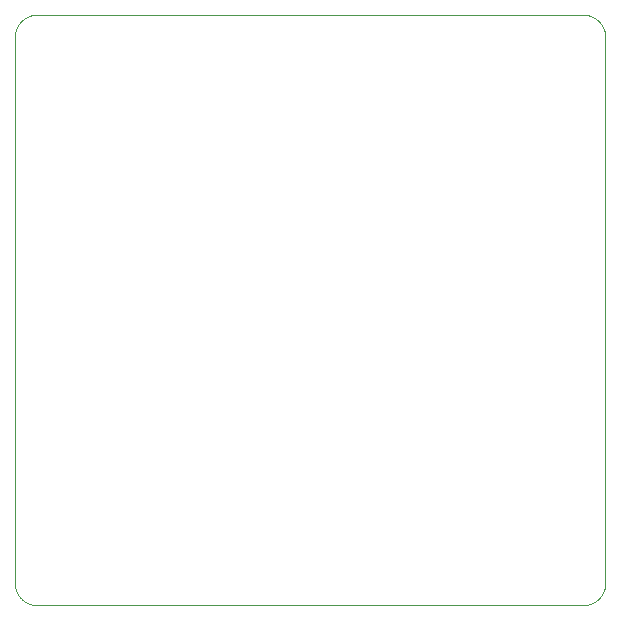
<source format=gko>
G75*
%MOIN*%
%OFA0B0*%
%FSLAX25Y25*%
%IPPOS*%
%LPD*%
%AMOC8*
5,1,8,0,0,1.08239X$1,22.5*
%
%ADD10C,0.00000*%
D10*
X0014700Y0027800D02*
X0196550Y0027800D01*
X0196731Y0027802D01*
X0196912Y0027809D01*
X0197093Y0027820D01*
X0197274Y0027835D01*
X0197454Y0027855D01*
X0197634Y0027879D01*
X0197813Y0027907D01*
X0197991Y0027940D01*
X0198168Y0027977D01*
X0198345Y0028018D01*
X0198520Y0028063D01*
X0198695Y0028113D01*
X0198868Y0028167D01*
X0199039Y0028225D01*
X0199210Y0028287D01*
X0199378Y0028354D01*
X0199545Y0028424D01*
X0199711Y0028498D01*
X0199874Y0028577D01*
X0200035Y0028659D01*
X0200195Y0028745D01*
X0200352Y0028835D01*
X0200507Y0028929D01*
X0200660Y0029026D01*
X0200810Y0029128D01*
X0200958Y0029232D01*
X0201104Y0029341D01*
X0201246Y0029452D01*
X0201386Y0029568D01*
X0201523Y0029686D01*
X0201658Y0029808D01*
X0201789Y0029933D01*
X0201917Y0030061D01*
X0202042Y0030192D01*
X0202164Y0030327D01*
X0202282Y0030464D01*
X0202398Y0030604D01*
X0202509Y0030746D01*
X0202618Y0030892D01*
X0202722Y0031040D01*
X0202824Y0031190D01*
X0202921Y0031343D01*
X0203015Y0031498D01*
X0203105Y0031655D01*
X0203191Y0031815D01*
X0203273Y0031976D01*
X0203352Y0032139D01*
X0203426Y0032305D01*
X0203496Y0032472D01*
X0203563Y0032640D01*
X0203625Y0032811D01*
X0203683Y0032982D01*
X0203737Y0033155D01*
X0203787Y0033330D01*
X0203832Y0033505D01*
X0203873Y0033682D01*
X0203910Y0033859D01*
X0203943Y0034037D01*
X0203971Y0034216D01*
X0203995Y0034396D01*
X0204015Y0034576D01*
X0204030Y0034757D01*
X0204041Y0034938D01*
X0204048Y0035119D01*
X0204050Y0035300D01*
X0204050Y0217150D01*
X0204048Y0217331D01*
X0204041Y0217512D01*
X0204030Y0217693D01*
X0204015Y0217874D01*
X0203995Y0218054D01*
X0203971Y0218234D01*
X0203943Y0218413D01*
X0203910Y0218591D01*
X0203873Y0218768D01*
X0203832Y0218945D01*
X0203787Y0219120D01*
X0203737Y0219295D01*
X0203683Y0219468D01*
X0203625Y0219639D01*
X0203563Y0219810D01*
X0203496Y0219978D01*
X0203426Y0220145D01*
X0203352Y0220311D01*
X0203273Y0220474D01*
X0203191Y0220635D01*
X0203105Y0220795D01*
X0203015Y0220952D01*
X0202921Y0221107D01*
X0202824Y0221260D01*
X0202722Y0221410D01*
X0202618Y0221558D01*
X0202509Y0221704D01*
X0202398Y0221846D01*
X0202282Y0221986D01*
X0202164Y0222123D01*
X0202042Y0222258D01*
X0201917Y0222389D01*
X0201789Y0222517D01*
X0201658Y0222642D01*
X0201523Y0222764D01*
X0201386Y0222882D01*
X0201246Y0222998D01*
X0201104Y0223109D01*
X0200958Y0223218D01*
X0200810Y0223322D01*
X0200660Y0223424D01*
X0200507Y0223521D01*
X0200352Y0223615D01*
X0200195Y0223705D01*
X0200035Y0223791D01*
X0199874Y0223873D01*
X0199711Y0223952D01*
X0199545Y0224026D01*
X0199378Y0224096D01*
X0199210Y0224163D01*
X0199039Y0224225D01*
X0198868Y0224283D01*
X0198695Y0224337D01*
X0198520Y0224387D01*
X0198345Y0224432D01*
X0198168Y0224473D01*
X0197991Y0224510D01*
X0197813Y0224543D01*
X0197634Y0224571D01*
X0197454Y0224595D01*
X0197274Y0224615D01*
X0197093Y0224630D01*
X0196912Y0224641D01*
X0196731Y0224648D01*
X0196550Y0224650D01*
X0014700Y0224650D01*
X0014519Y0224648D01*
X0014338Y0224641D01*
X0014157Y0224630D01*
X0013976Y0224615D01*
X0013796Y0224595D01*
X0013616Y0224571D01*
X0013437Y0224543D01*
X0013259Y0224510D01*
X0013082Y0224473D01*
X0012905Y0224432D01*
X0012730Y0224387D01*
X0012555Y0224337D01*
X0012382Y0224283D01*
X0012211Y0224225D01*
X0012040Y0224163D01*
X0011872Y0224096D01*
X0011705Y0224026D01*
X0011539Y0223952D01*
X0011376Y0223873D01*
X0011215Y0223791D01*
X0011055Y0223705D01*
X0010898Y0223615D01*
X0010743Y0223521D01*
X0010590Y0223424D01*
X0010440Y0223322D01*
X0010292Y0223218D01*
X0010146Y0223109D01*
X0010004Y0222998D01*
X0009864Y0222882D01*
X0009727Y0222764D01*
X0009592Y0222642D01*
X0009461Y0222517D01*
X0009333Y0222389D01*
X0009208Y0222258D01*
X0009086Y0222123D01*
X0008968Y0221986D01*
X0008852Y0221846D01*
X0008741Y0221704D01*
X0008632Y0221558D01*
X0008528Y0221410D01*
X0008426Y0221260D01*
X0008329Y0221107D01*
X0008235Y0220952D01*
X0008145Y0220795D01*
X0008059Y0220635D01*
X0007977Y0220474D01*
X0007898Y0220311D01*
X0007824Y0220145D01*
X0007754Y0219978D01*
X0007687Y0219810D01*
X0007625Y0219639D01*
X0007567Y0219468D01*
X0007513Y0219295D01*
X0007463Y0219120D01*
X0007418Y0218945D01*
X0007377Y0218768D01*
X0007340Y0218591D01*
X0007307Y0218413D01*
X0007279Y0218234D01*
X0007255Y0218054D01*
X0007235Y0217874D01*
X0007220Y0217693D01*
X0007209Y0217512D01*
X0007202Y0217331D01*
X0007200Y0217150D01*
X0007200Y0035300D01*
X0007202Y0035119D01*
X0007209Y0034938D01*
X0007220Y0034757D01*
X0007235Y0034576D01*
X0007255Y0034396D01*
X0007279Y0034216D01*
X0007307Y0034037D01*
X0007340Y0033859D01*
X0007377Y0033682D01*
X0007418Y0033505D01*
X0007463Y0033330D01*
X0007513Y0033155D01*
X0007567Y0032982D01*
X0007625Y0032811D01*
X0007687Y0032640D01*
X0007754Y0032472D01*
X0007824Y0032305D01*
X0007898Y0032139D01*
X0007977Y0031976D01*
X0008059Y0031815D01*
X0008145Y0031655D01*
X0008235Y0031498D01*
X0008329Y0031343D01*
X0008426Y0031190D01*
X0008528Y0031040D01*
X0008632Y0030892D01*
X0008741Y0030746D01*
X0008852Y0030604D01*
X0008968Y0030464D01*
X0009086Y0030327D01*
X0009208Y0030192D01*
X0009333Y0030061D01*
X0009461Y0029933D01*
X0009592Y0029808D01*
X0009727Y0029686D01*
X0009864Y0029568D01*
X0010004Y0029452D01*
X0010146Y0029341D01*
X0010292Y0029232D01*
X0010440Y0029128D01*
X0010590Y0029026D01*
X0010743Y0028929D01*
X0010898Y0028835D01*
X0011055Y0028745D01*
X0011215Y0028659D01*
X0011376Y0028577D01*
X0011539Y0028498D01*
X0011705Y0028424D01*
X0011872Y0028354D01*
X0012040Y0028287D01*
X0012211Y0028225D01*
X0012382Y0028167D01*
X0012555Y0028113D01*
X0012730Y0028063D01*
X0012905Y0028018D01*
X0013082Y0027977D01*
X0013259Y0027940D01*
X0013437Y0027907D01*
X0013616Y0027879D01*
X0013796Y0027855D01*
X0013976Y0027835D01*
X0014157Y0027820D01*
X0014338Y0027809D01*
X0014519Y0027802D01*
X0014700Y0027800D01*
M02*

</source>
